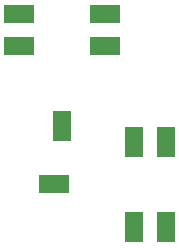
<source format=gbr>
%TF.GenerationSoftware,KiCad,Pcbnew,(6.0.8)*%
%TF.CreationDate,2022-11-26T11:36:33-06:00*%
%TF.ProjectId,connector-joint,636f6e6e-6563-4746-9f72-2d6a6f696e74,rev?*%
%TF.SameCoordinates,Original*%
%TF.FileFunction,Paste,Top*%
%TF.FilePolarity,Positive*%
%FSLAX46Y46*%
G04 Gerber Fmt 4.6, Leading zero omitted, Abs format (unit mm)*
G04 Created by KiCad (PCBNEW (6.0.8)) date 2022-11-26 11:36:33*
%MOMM*%
%LPD*%
G01*
G04 APERTURE LIST*
%ADD10R,2.500000X1.500000*%
%ADD11R,1.500000X2.500000*%
G04 APERTURE END LIST*
D10*
%TO.C,J3*%
X171265000Y-94040000D03*
D11*
X167640000Y-103540000D03*
D10*
X171265000Y-96740000D03*
X164015000Y-94040000D03*
X164015000Y-96740000D03*
%TD*%
D11*
%TO.C,J1*%
X176470000Y-112083000D03*
D10*
X166970000Y-108458000D03*
D11*
X173770000Y-112083000D03*
X176470000Y-104833000D03*
X173770000Y-104833000D03*
%TD*%
M02*

</source>
